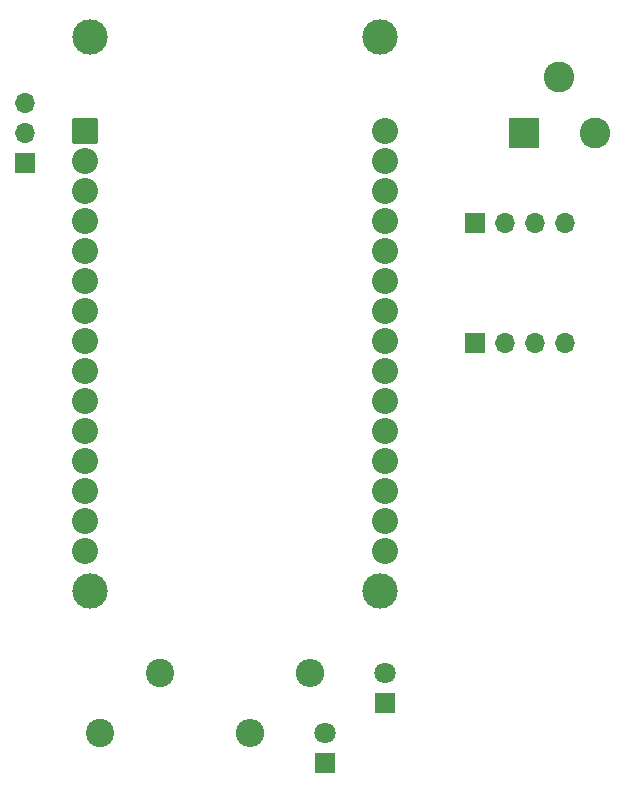
<source format=gbr>
%TF.GenerationSoftware,KiCad,Pcbnew,7.0.8*%
%TF.CreationDate,2023-11-27T10:02:50-05:00*%
%TF.ProjectId,Esquema KiCad Proyecto,45737175-656d-4612-904b-694361642050,rev?*%
%TF.SameCoordinates,Original*%
%TF.FileFunction,Soldermask,Bot*%
%TF.FilePolarity,Negative*%
%FSLAX46Y46*%
G04 Gerber Fmt 4.6, Leading zero omitted, Abs format (unit mm)*
G04 Created by KiCad (PCBNEW 7.0.8) date 2023-11-27 10:02:50*
%MOMM*%
%LPD*%
G01*
G04 APERTURE LIST*
G04 Aperture macros list*
%AMRoundRect*
0 Rectangle with rounded corners*
0 $1 Rounding radius*
0 $2 $3 $4 $5 $6 $7 $8 $9 X,Y pos of 4 corners*
0 Add a 4 corners polygon primitive as box body*
4,1,4,$2,$3,$4,$5,$6,$7,$8,$9,$2,$3,0*
0 Add four circle primitives for the rounded corners*
1,1,$1+$1,$2,$3*
1,1,$1+$1,$4,$5*
1,1,$1+$1,$6,$7*
1,1,$1+$1,$8,$9*
0 Add four rect primitives between the rounded corners*
20,1,$1+$1,$2,$3,$4,$5,0*
20,1,$1+$1,$4,$5,$6,$7,0*
20,1,$1+$1,$6,$7,$8,$9,0*
20,1,$1+$1,$8,$9,$2,$3,0*%
G04 Aperture macros list end*
%ADD10C,3.000000*%
%ADD11RoundRect,0.102000X-1.000000X-1.000000X1.000000X-1.000000X1.000000X1.000000X-1.000000X1.000000X0*%
%ADD12C,2.204000*%
%ADD13R,1.700000X1.700000*%
%ADD14O,1.700000X1.700000*%
%ADD15C,2.600000*%
%ADD16R,2.600000X2.600000*%
%ADD17C,1.800000*%
%ADD18R,1.800000X1.800000*%
%ADD19O,2.400000X2.400000*%
%ADD20C,2.400000*%
G04 APERTURE END LIST*
D10*
%TO.C,U2*%
X178255000Y-45220000D03*
X178255000Y-92170000D03*
X202765000Y-45220000D03*
X202765000Y-92170000D03*
D11*
X177835000Y-53180000D03*
D12*
X177835000Y-55720000D03*
X177835000Y-58260000D03*
X177835000Y-60800000D03*
X177835000Y-63340000D03*
X177835000Y-65880000D03*
X177835000Y-68420000D03*
X177835000Y-70960000D03*
X177835000Y-73500000D03*
X177835000Y-76040000D03*
X177835000Y-78580000D03*
X177835000Y-81120000D03*
X177835000Y-83660000D03*
X177835000Y-86200000D03*
X177835000Y-88740000D03*
X203235000Y-88740000D03*
X203235000Y-86200000D03*
X203235000Y-83660000D03*
X203235000Y-81120000D03*
X203235000Y-78580000D03*
X203235000Y-76040000D03*
X203235000Y-73500000D03*
X203235000Y-70960000D03*
X203235000Y-68420000D03*
X203235000Y-65880000D03*
X203235000Y-63340000D03*
X203235000Y-60800000D03*
X203235000Y-58260000D03*
X203235000Y-55720000D03*
X203235000Y-53180000D03*
%TD*%
D13*
%TO.C,J3*%
X210820000Y-60960000D03*
D14*
X213360000Y-60960000D03*
X215900000Y-60960000D03*
X218440000Y-60960000D03*
%TD*%
D15*
%TO.C,J2*%
X217980000Y-48640000D03*
X220980000Y-53340000D03*
D16*
X214980000Y-53340000D03*
%TD*%
D13*
%TO.C,J1*%
X210820000Y-71120000D03*
D14*
X213360000Y-71120000D03*
X215900000Y-71120000D03*
X218440000Y-71120000D03*
%TD*%
D17*
%TO.C,D2*%
X203200000Y-99060000D03*
D18*
X203200000Y-101600000D03*
%TD*%
D13*
%TO.C,M1*%
X172720000Y-55880000D03*
D14*
X172720000Y-53340000D03*
X172720000Y-50800000D03*
%TD*%
D17*
%TO.C,D1*%
X198120000Y-104140000D03*
D18*
X198120000Y-106680000D03*
%TD*%
D19*
%TO.C,R2*%
X196850000Y-99060000D03*
D20*
X184150000Y-99060000D03*
%TD*%
D19*
%TO.C,R1*%
X191770000Y-104140000D03*
D20*
X179070000Y-104140000D03*
%TD*%
M02*

</source>
